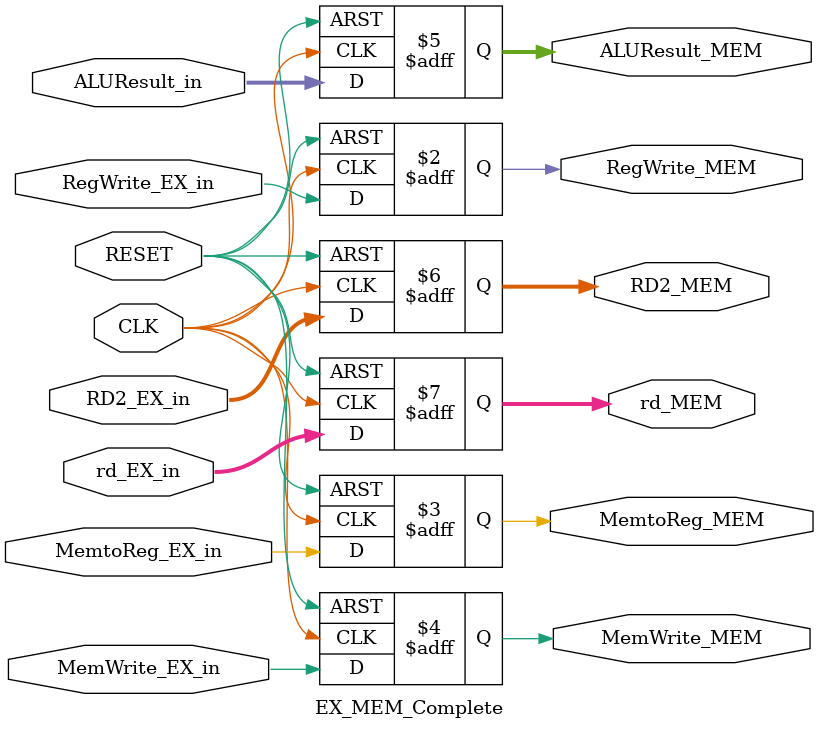
<source format=v>
`timescale 1ns / 1ps

module EX_MEM_Complete(
    input CLK,
    input RESET,
    input RegWrite_EX_in,
    input MemtoReg_EX_in,
    input MemWrite_EX_in,      // Added MemWrite_EX_in
    input [31:0] ALUResult_in,
    input [31:0] RD2_EX_in,
    input [4:0] rd_EX_in,
    output reg RegWrite_MEM,
    output reg MemtoReg_MEM,
    output reg MemWrite_MEM,    // Added MemWrite_MEM
    output reg [31:0] ALUResult_MEM,
    output reg [31:0] RD2_MEM,
    output reg [4:0] rd_MEM
);
    always @(posedge CLK or posedge RESET) begin
        if (RESET) begin
            RegWrite_MEM <= 0;
            MemtoReg_MEM <= 0;
            MemWrite_MEM <= 0;    // Initialize MemWrite_MEM
            ALUResult_MEM <= 0;
            RD2_MEM <= 0;
            rd_MEM <= 0;
        end else begin
            RegWrite_MEM <= RegWrite_EX_in;
            MemtoReg_MEM <= MemtoReg_EX_in;
            MemWrite_MEM <= MemWrite_EX_in;  // Assign MemWrite_MEM
            ALUResult_MEM <= ALUResult_in;
            RD2_MEM <= RD2_EX_in;
            rd_MEM <= rd_EX_in;
        end
    end
endmodule

</source>
